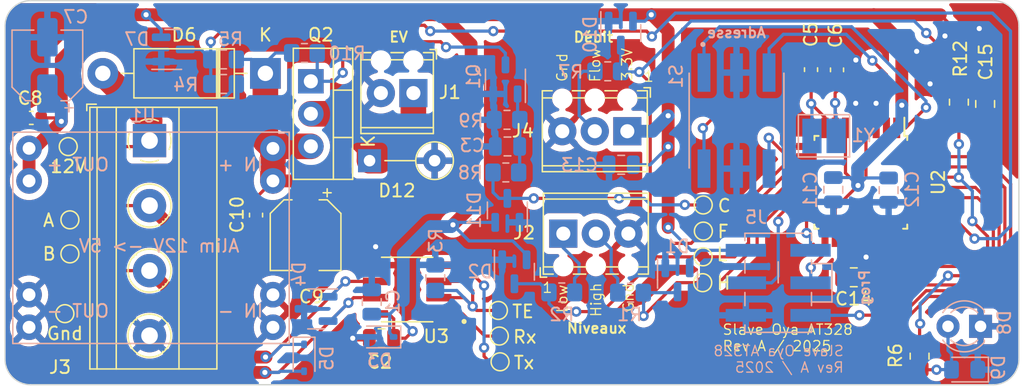
<source format=kicad_pcb>
(kicad_pcb (version 20221018) (generator pcbnew)
  (title_block (title "Esclave OYA AT328") (date "2025-03-02") (rev "A") (company "BPC") (comment 1 "Technologie avec AT328 / Petite carte") (comment 2 "Monitoring de tension d'alimentation") (comment 3 "1 sortie 12V/5A - 2 entrées TOR (niveaux) - 1 débimètre - 1 LED - RS485"))
  (layers (0 "F.Cu" signal) (31 "B.Cu" signal) (34 "B.Paste" user) (35 "F.Paste" user) (36 "B.SilkS" user "B.Silkscreen") (37 "F.SilkS" user "F.Silkscreen") (38 "B.Mask" user) (39 "F.Mask" user) (44 "Edge.Cuts" user))
  (net 0 "")
  (net 1 "GND")
  (net 2 "LVL_HIGH")
  (net 3 "LVL_LOW")
  (net 4 "BUS_A")
  (net 5 "BUS_B")
  (net 6 "POWER_12V")
  (net 7 "Net-(D6-A)")
  (net 8 "POW_MES")
  (net 9 "Net-(D8-A)")
  (net 10 "FLOW")
  (net 11 "Net-(J2-Pin_1)")
  (net 12 "Net-(J2-Pin_2)")
  (net 13 "Net-(J4-Pin_2)")
  (net 14 "RX")
  (net 15 "TX_EN")
  (net 16 "LED")
  (net 17 "A1")
  (net 18 "A2")
  (net 19 "A3")
  (net 20 "A4")
  (net 21 "TX")
  (net 22 "Net-(U2-XTAL2{slash}PB7)")
  (net 23 "Net-(Q1-B)")
  (net 24 "CMD_EV1")
  (net 25 "Net-(D12-K)")
  (net 26 "Net-(Q1-C)")
  (net 27 "Net-(U2-XTAL1{slash}PB6)")
  (net 28 "Net-(U2-AREF)")
  (net 34 "+5V")
  (net 35 "RESET")
  (net 36 "MISO")
  (net 37 "SCK")
  (net 38 "MOSI")
  (footprint "TestPoint:TestPoint_Pad_D1.0mm" (layer "F.Cu") (at 167.92 106.81)
    (fp_text reference "TP2" hide)
    (fp_text value "L")
  )
  (footprint "Capacitor_SMD:C_0603_1608Metric" (layer "F.Cu") (at 133 103.55 -90)
    (fp_text reference "C10")
    (fp_text value "1nF")
  )
  (footprint "TerminalBlock_Phoenix:TerminalBlock_Phoenix_MPT-0,5-3-2.54_1x03_P2.54mm_Horizontal" (layer "F.Cu") (at 157 105)
    (fp_text reference "J2")
    (fp_text value "Niveaux")
  )
  (footprint "bpc:BPC_MAX485E_SOIC127P600X175-8N" (layer "F.Cu") (at 144.805 109.365 180)
    (fp_text reference "U3")
    (fp_text value "MAX485E")
  )
  (footprint "Capacitor_SMD:C_0805_2012Metric" (layer "F.Cu") (at 142.8 113.17)
    (fp_text reference "C2")
    (fp_text value "100nF")
  )
  (footprint "TestPoint:TestPoint_Pad_D1.0mm" (layer "F.Cu") (at 152 113)
    (fp_text reference "TP3" hide)
    (fp_text value "Rx")
  )
  (footprint "Capacitor_SMD:CP_Elec_5x5.9" (layer "F.Cu") (at 136.87 105.12 -90)
    (fp_text reference "C9")
    (fp_text value "10µF")
  )
  (footprint "TerminalBlock_Phoenix:TerminalBlock_Phoenix_MPT-0,5-3-2.54_1x03_P2.54mm_Horizontal" (layer "F.Cu") (at 162 97 180)
    (fp_text reference "J4")
    (fp_text value "Débit")
  )
  (footprint "Package_TO_SOT_THT:TO-220-3_Vertical" (layer "F.Cu") (at 137.28 93.1 -90)
    (fp_text reference "Q2")
    (fp_text value "P03P4L-04")
  )
  (footprint "Package_QFP:TQFP-32_7x7mm_P0.8mm" (layer "F.Cu") (at 180.24 100.99 -90)
    (fp_text reference "U2")
    (fp_text value "ATmega328P-A")
  )
  (footprint "Capacitor_SMD:C_0603_1608Metric" (layer "F.Cu") (at 178.38 92.205 -90)
    (fp_text reference "C6")
    (fp_text value "10pF")
  )
  (footprint "Diode_THT:D_DO-15_P12.70mm_Horizontal" (layer "F.Cu") (at 133.73 92.48 180)
    (fp_text reference "D6")
    (fp_text value "SR560")
  )
  (footprint "TestPoint:TestPoint_Pad_D1.0mm" (layer "F.Cu") (at 118.07 111.25)
    (fp_text reference "TP9" hide)
    (fp_text value "Gnd")
  )
  (footprint "Capacitor_SMD:C_0805_2012Metric" (layer "F.Cu") (at 189.95 94.87 90)
    (fp_text reference "C15")
    (fp_text value "100nF")
  )
  (footprint "TestPoint:TestPoint_Pad_D1.0mm" (layer "F.Cu") (at 167.94 104.8)
    (fp_text reference "TP10" hide)
    (fp_text value "F")
  )
  (footprint "TestPoint:TestPoint_Pad_D1.0mm" (layer "F.Cu") (at 151.93 111)
    (fp_text reference "TP5" hide)
    (fp_text value "TE")
  )
  (footprint "TerminalBlock_Phoenix:TerminalBlock_Phoenix_MPT-0,5-2-2.54_1x02_P2.54mm_Horizontal" (layer "F.Cu") (at 145.29 94.02 180)
    (fp_text reference "J1")
    (fp_text value "EV1")
  )
  (footprint "Resistor_SMD:R_0805_2012Metric_Pad1.20x1.40mm_HandSolder" (layer "F.Cu") (at 187.9 94.73 90)
    (fp_text reference "R12")
    (fp_text value "100")
  )
  (footprint "Resistor_SMD:R_0805_2012Metric_Pad1.20x1.40mm_HandSolder" (layer "F.Cu") (at 184.83 114.57 -90)
    (fp_text reference "R6")
    (fp_text value "220")
  )
  (footprint "TerminalBlock_Phoenix:TerminalBlock_Phoenix_MKDS-1,5-4-5.08_1x04_P5.08mm_Horizontal" (layer "F.Cu") (at 124.68 97.73 -90)
    (fp_text reference "J3")
    (fp_text value "POWER")
  )
  (footprint "Capacitor_SMD:C_0603_1608Metric" (layer "F.Cu") (at 115.445 95.96 180)
    (fp_text reference "C8")
    (fp_text value "1nF")
  )
  (footprint "TestPoint:TestPoint_Pad_D1.0mm" (layer "F.Cu") (at 118.46 106.58)
    (fp_text reference "TP6" hide)
    (fp_text value "B")
  )
  (footprint "TestPoint:TestPoint_Pad_D1.0mm" (layer "F.Cu") (at 118.33 98.2)
    (fp_text reference "TP8" hide)
    (fp_text value "12V")
  )
  (footprint "TestPoint:TestPoint_Pad_D1.0mm" (layer "F.Cu") (at 152.06 115.01)
    (fp_text reference "TP4" hide)
    (fp_text value "Tx")
  )
  (footprint "Capacitor_SMD:C_0805_2012Metric" (layer "F.Cu") (at 179.69 108.41 180)
    (fp_text reference "C14")
    (fp_text value "100nF")
  )
  (footprint "Capacitor_SMD:C_0603_1608Metric" (layer "F.Cu") (at 176.35 92.19 90)
    (fp_text reference "C5")
    (fp_text value "10pF")
  )
  (footprint "TestPoint:TestPoint_Pad_D1.0mm" (layer "F.Cu") (at 167.93 102.76)
    (fp_text reference "TP11" hide)
    (fp_text value "C")
  )
  (footprint "TestPoint:TestPoint_Pad_D1.0mm" (layer "F.Cu") (at 118.46 103.92)
    (fp_text reference "TP7" hide)
    (fp_text value "A")
  )
  (footprint "Diode_THT:D_A-405_P5.08mm_Vertical_KathodeUp" (layer "F.Cu") (at 141.865 99.3)
    (fp_text reference "D12")
    (fp_text value "1N4007G")
  )
  (footprint "TestPoint:TestPoint_Pad_D1.0mm" (layer "F.Cu") (at 167.89 108.83)
    (fp_text reference "TP1" hide)
    (fp_text value "H")
  )
  (footprint "bpc:BPC_SOT-23-3" (layer "B.Cu") (at 152.48 92.9525 90)
    (fp_text reference "Q1")
    (fp_text value "BPC_FMMT38C")
  )
  (footprint "Capacitor_SMD:CP_Elec_5x5.9" (layer "B.Cu") (at 116.7 91.86 90)
    (fp_text reference "C7")
    (fp_text value "10µF")
  )
  (footprint "Resistor_SMD:R_0805_2012Metric_Pad1.20x1.40mm_HandSolder" (layer "B.Cu") (at 130.46 91.39)
    (fp_text reference "R5")
    (fp_text value "100k")
  )
  (footprint "Capacitor_SMD:C_0805_2012Metric" (layer "B.Cu") (at 142.04 110.34 90)
    (fp_text reference "C1")
    (fp_text value "10µF")
  )
  (footprint "Package_TO_SOT_SMD:SOT-23" (layer "B.Cu") (at 153.18 107.9775 -90)
    (fp_text reference "D2")
    (fp_text value "BAV99")
  )
  (footprint "Resistor_SMD:R_0805_2012Metric_Pad1.20x1.40mm_HandSolder" (layer "B.Cu") (at 152.6 96.11 180)
    (fp_text reference "R9")
    (fp_text value "100k")
  )
  (footprint "Package_TO_SOT_SMD:SOT-23" (layer "B.Cu") (at 161.49 89.3375 -90)
    (fp_text reference "D10")
    (fp_text value "BAV99")
  )
  (footprint "Package_TO_SOT_SMD:SOT-23" (layer "B.Cu") (at 126.5325 90.61)
    (fp_text reference "D7")
    (fp_text value "BAV99")
  )
  (footprint "Package_TO_SOT_SMD:SOT-23" (layer "B.Cu") (at 152.63 103.1825 90)
    (fp_text reference "D11")
    (fp_text value "BAV99")
  )
  (footprint "Capacitor_SMD:C_0805_2012Metric" (layer "B.Cu") (at 182.41 101.6 -90)
    (fp_text reference "C12")
    (fp_text value "100nF")
  )
  (footprint "Resistor_SMD:R_0805_2012Metric_Pad1.20x1.40mm_HandSolder" (layer "B.Cu") (at 136.78 90.89)
    (fp_text reference "R10")
    (fp_text value "100k")
  )
  (footprint "Diode_SMD:D_SOD-323" (layer "B.Cu") (at 136.75 114.7 -90)
    (fp_text reference "D5")
    (fp_text value "SD12_SOD323" hide)
  )
  (footprint "Capacitor_SMD:C_0805_2012Metric" (layer "B.Cu") (at 161.52 99.62 180)
    (fp_text reference "C13")
    (fp_text value "100nF")
  )
  (footprint "Resistor_SMD:R_0805_2012Metric_Pad1.20x1.40mm_HandSolder" (layer "B.Cu") (at 156.88 109.59 180)
    (fp_text reference "R2")
    (fp_text value "100")
  )
  (footprint "LED_THT:LED_D3.0mm_FlatTop" (layer "B.Cu") (at 189.59 112.24 180)
    (fp_text reference "D8")
    (fp_text value "LED")
  )
  (footprint "Diode_SMD:D_SOD-323" (layer "B.Cu") (at 142.69 113.07 180)
    (fp_text reference "D3")
    (fp_text value "SD12_SOD323")
  )
  (footprint "bpc:BPC_RDS-16S-74385-SMT" (layer "B.Cu") (at 170.53 96.17 -90)
    (fp_text reference "S1")
    (fp_text value "RDS-16S-74385-SMT" hide)
  )
  (footprint "Resistor_SMD:R_0805_2012Metric_Pad1.20x1.40mm_HandSolder" (layer "B.Cu") (at 147 108.44 90)
    (fp_text reference "R3")
    (fp_text value "100k")
  )
  (footprint "LED_SMD:LED_0805_2012Metric_Pad1.15x1.40mm_HandSolder" (layer "B.Cu") (at 188.3475 115.62 180)
    (fp_text reference "D9")
    (fp_text value "LED")
  )
  (footprint "Package_TO_SOT_SMD:SOT-23" (layer "B.Cu") (at 165.92 108.6075 -90)
    (fp_text reference "D1")
    (fp_text value "BAV99")
  )
  (footprint "Package_TO_SOT_SMD:SOT-23" (layer "B.Cu") (at 137.6875 110.88 180)
    (fp_text reference "D4")
    (fp_text value "SM712_SOT23")
  )
  (footprint "Capacitor_SMD:C_0805_2012Metric" (layer "B.Cu") (at 152.64 98.19 180)
    (fp_text reference "C3")
    (fp_text value "100nF")
  )
  (footprint "Resistor_SMD:R_0805_2012Metric_Pad1.20x1.40mm_HandSolder" (layer "B.Cu") (at 162.25 109.61)
    (fp_text reference "R1")
    (fp_text value "100")
  )
  (footprint "Resistor_SMD:R_0805_2012Metric_Pad1.20x1.40mm_HandSolder" (layer "B.Cu") (at 152.51 100.22)
    (fp_text reference "R8")
    (fp_text value "220")
  )
  (footprint "bpc:BPC_Alim5V" (layer "B.Cu") (at 134.32 98.34 180)
    (fp_text reference "U1")
    (fp_text value "BPC_Alim5V" hide)
  )
  (footprint "bpc:BPC_ISCP_CMS" (layer "B.Cu") (at 173.785 108.84 180)
    (fp_text reference "J5")
    (fp_text value "ISCP")
  )
  (footprint "bpc:BPC_Quartz_8MHz" (layer "B.Cu") (at 177.36 97.36)
    (fp_text reference "Y1")
    (fp_text value "8MHz")
  )
  (footprint "Resistor_SMD:R_0805_2012Metric_Pad1.20x1.40mm_HandSolder" (layer "B.Cu") (at 130.46 93.31 180)
    (fp_text reference "R4")
    (fp_text value "40k")
  )
  (footprint "Capacitor_SMD:C_0805_2012Metric" (layer "B.Cu") (at 178.09 101.57 -90)
    (fp_text reference "C11")
    (fp_text value "1nF")
  )
  (footprint "Resistor_SMD:R_0805_2012Metric_Pad1.20x1.40mm_HandSolder" (layer "B.Cu") (at 160.47 92.32)
    (fp_text reference "R7")
    (fp_text value "100")
  )
  (gr_line locked (start 192.585786 114.8) (end 192.585786 88.8) (stroke (width 0.1)) (layer "Edge.Cuts"))
  (gr_arc locked (start 192.585786 114.8) (mid 192 116.214214) (end 190.585786 116.8) (stroke (width 0.1)) (layer "Edge.Cuts"))
  (gr_arc locked (start 115.39 116.8) (mid 113.975786 116.214214) (end 113.39 114.8) (stroke (width 0.1)) (layer "Edge.Cuts"))
  (gr_arc locked (start 113.39 88.8) (mid 113.975786 87.385786) (end 115.39 86.8) (stroke (width 0.1)) (layer "Edge.Cuts"))
  (gr_line locked (start 190.585786 86.8) (end 115.39 86.8) (stroke (width 0.1)) (layer "Edge.Cuts"))
  (gr_line locked (start 115.39 116.8) (end 190.585786 116.8) (stroke (width 0.1)) (layer "Edge.Cuts"))
  (gr_line locked (start 113.39 88.8) (end 113.39 114.8) (stroke (width 0.1)) (layer "Edge.Cuts"))
  (gr_arc locked (start 190.585786 86.8) (mid 192 87.385786) (end 192.585786 88.8) (stroke (width 0.1)) (layer "Edge.Cuts"))
  (gr_text "Slave Oya AT328\nRev A / 2025" (at 178.97 115.92) (layer "B.SilkS") (effects (font (size 0.8 0.8) (thickness 0.1)) (justify left bottom mirror)))
  (gr_text "Prog" (at 181 107.74 90) (layer "B.SilkS") (effects (font (size 0.8 0.8) (thickness 0.16) bold) (justify left bottom mirror)))
  (gr_text "Adresse" (at 172.91 89.77) (layer "B.SilkS") (effects (font (size 0.8 0.8) (thickness 0.16) bold) (justify left bottom mirror)))
  (gr_text "Gnd" (at 162.56 111.19 90) (layer "F.SilkS") (effects (font (size 0.8 0.8) (thickness 0.1)) (justify left bottom)))
  (gr_text "1" (at 163.23 93.2) (layer "F.SilkS") (effects (font (size 0.8 0.8) (thickness 0.1)) (justify left bottom)))
  (gr_text "Low" (at 157.39 111.26 90) (layer "F.SilkS") (effects (font (size 0.8 0.8) (thickness 0.1)) (justify left bottom)))
  (gr_text "Flow" (at 159.95 93.24 90) (layer "F.SilkS") (effects (font (size 0.8 0.8) (thickness 0.1)) (justify left bottom)))
  (gr_text "1" (at 155.31 109.69) (layer "F.SilkS") (effects (font (size 0.8 0.8) (thickness 0.1)) (justify left bottom)))
  (gr_text "EV" (at 143.33 90.11) (layer "F.SilkS") (effects (font (size 0.8 0.8) (thickness 0.16) bold) (justify left bottom)))
  (gr_text "Slave Oya AT328\nRev A / 2025" (at 169.38 114.25) (layer "F.SilkS") (effects (font (size 0.8 0.8) (thickness 0.1)) (justify left bottom)))
  (gr_text "Gnd" (at 157.38 93.21 90) (layer "F.SilkS") (effects (font (size 0.8 0.8) (thickness 0.1)) (justify left bottom)))
  (gr_text "Débit" (at 157.72 90.12) (layer "F.SilkS") (effects (font (size 0.8 0.8) (thickness 0.16) bold) (justify left bottom)))
  (gr_text "High" (at 160.03 111.57 90) (layer "F.SilkS") (effects (font (size 0.8 0.8) (thickness 0.1)) (justify left bottom)))
  (gr_text "3.3V" (at 162.45 93.16 90) (layer "F.SilkS") (effects (font (size 0.8 0.8) (thickness 0.1)) (justify left bottom)))
  (gr_text "Niveaux" (at 157.19 112.85) (layer "F.SilkS") (effects (font (size 0.8 0.8) (thickness 0.16) bold) (justify left bottom)))
  (segment (start 178.38 91.43) (end 179.84 91.43) (width 0.25) (layer "F.Cu") (net 1))
  (segment (start 180.64 108.41) (end 180.64 106.84) (width 0.25) (layer "F.Cu") (net 1))
  (segment (start 180.64 105.24) (end 180.64 106.82) (width 0.25) (layer "F.Cu") (net 1))
  (segment (start 178.365 91.415) (end 178.38 91.43) (width 0.25) (layer "F.Cu") (net 1))
  (segment (start 181.44 94.83) (end 181.43 94.82) (width 0.25) (layer "F.Cu") (net 1))
  (segment (start 179.84 91.43) (end 179.85 91.44) (width 0.25) (layer "F.Cu") (net 1))
  (segment (start 142.33 107.46) (end 142.33 106.03) (width 0.25) (layer "F.Cu") (net 1))
  (segment (start 142.33 106.03) (end 142.34 106.02) (width 0.25) (layer "F.Cu") (net 1))
  (segment (start 176.35 91.415) (end 178.365 91.415) (width 0.25) (layer "F.Cu") (net 1))
  (segment (start 180.64 106.82) (end 180.65 106.83) (width 0.25) (layer "F.Cu") (net 1))
  (segment (start 181.44 96.74) (end 181.44 94.83) (width 0.25) (layer "F.Cu") (net 1))
  (segment (start 180.64 106.84) (end 180.65 106.83) (width 0.25) (layer "F.Cu") (net 1))
  (segment (start 141.85 113.17) (end 140.55 113.17) (width 0.25) (layer "F.Cu") (net 1))
  (segment (start 179.84 96.74) (end 179.84 94.82) (width 0.25) (layer "F.Cu") (net 1))
  (via (at 179.84 94.82) (size 0.8) (drill 0.4) (layers "F.Cu" "B.Cu") (net 1))
  (via (at 185.65 93.3) (size 0.8) (drill 0.4) (layers "F.Cu" "B.Cu") (net 1))
  (via (at 179.85 91.44) (size 0.8) (drill 0.4) (layers "F.Cu" "B.Cu") (net 1))
  (via (at 189.49 88.98) (size 0.8) (drill 0.4) (layers "F.Cu" "B.Cu") (net 1))
  (via (at 140.55 113.17) (size 0.8) (drill 0.4) (layers "F.Cu" "B.Cu") (net 1))
  (via (at 180.65 106.83) (size 0.8) (drill 0.4) (layers "F.Cu" "B.Cu") (net 1))
  (via (at 181.43 94.82) (size 0.8) (drill 0.4) (layers "F.Cu" "B.Cu") (net 1))
  (via (at 186.81 89.56) (size 0.8) (drill 0.4) (layers "F.Cu" "B.Cu") (net 1))
  (via (at 142.34 106.02) (size 0.8) (drill 0.4) (layers "F.Cu" "B.Cu") (net 1))
  (via (at 184.6 90.76) (size 0.8) (drill 0.4) (layers "F.Cu" "B.Cu") (net 1))
  (segment (start 131.46 93.31) (end 131.46 93.46) (width 0.25) (layer "B.Cu") (net 1))
  (segment (start 131.46 93.46) (end 130.52 94.4) (width 0.25) (layer "B.Cu") (net 1))
  (segment (start 165.87 108.83) (end 163.27 111.43) (width 0.25) (layer "F.Cu") (net 2))
  (segment (start 167.89 108.83) (end 165.87 108.83) (width 0.25) (layer "F.Cu") (net 2))
  (segment (start 174.634695 102.19) (end 172.14 104.684695) (width 0.25) (layer "F.Cu") (net 2))
  (segment (start 175.99 102.19) (end 174.634695 102.19) (width 0.25) (layer "F.Cu") (net 2))
  (segment (start 172.14 104.684695) (end 172.14 105.85) (width 0.25) (layer "F.Cu") (net 2))
  (segment (start 172.14 105.85) (end 169.16 108.83) (width 0.25) (layer "F.Cu") (net 2))
  (segment (start 169.16 108.83) (end 167.89 108.83) (width 0.25) (layer "F.Cu") (net 2))
  (via (at 163.27 111.43) (size 0.8) (drill 0.4) (layers "F.Cu" "B.Cu") (net 2))
  (segment (start 163.25 109.61) (end 165.855 109.61) (width 0.25) (layer "B.Cu") (net 2))
  (segment (start 163.27 109.63) (end 163.25 109.61) (width 0.25) (layer "B.Cu") (net 2))
  (segment (start 163.27 111.43) (end 163.27 109.63) (width 0.25) (layer "B.Cu") (net 2))
  (segment (start 165.855 109.61) (end 165.92 109.545) (width 0.25) (layer "B.Cu") (net 2))
  (segment (start 171.39 105.8) (end 170.38 106.81) (width 0.25) (layer "F.Cu") (net 3))
  (segment (start 174.22 101.39) (end 171.47 104.14) (width 0.25) (layer "F.Cu") (net 3))
  (segment (start 160.05 111.09) (end 164.33 106.81) (width 0.25) (layer "F.Cu") (net 3))
  (segment (start 158.01 111.09) (end 160.05 111.09) (width 0.25) (layer "F.Cu") (net 3))
  (segment (start 175.99 101.39) (end 174.22 101.39) (width 0.25) (layer "F.Cu") (net 3))
  (segment (start 171.47 104.14) (end 171.47 105.8) (width 0.25) (layer "F.Cu") (net 3))
  (segment (start 164.33 106.81) (end 167.92 106.81) (width 0.25) (layer "F.Cu") (net 3))
  (segment (start 170.38 106.81) (end 167.92 106.81) (width 0.25) (layer "F.Cu") (net 3))
  (segment (start 171.47 105.8) (end 171.39 105.8) (width 0.25) (layer "F.Cu") (net 3))
  (via (at 158.01 111.09) (size 0.8) (drill 0.4) (layers "F.Cu" "B.Cu") (net 3))
  (segment (start 155.88 109.59) (end 155.88 110.46) (width 0.25) (layer "B.Cu") (net 3))
  (segment (start 156.51 111.09) (end 158.01 111.09) (width 0.25) (layer "B.Cu") (net 3))
  (segment (start 153.18 108.915) (end 155.205 108.915) (width 0.25) (layer "B.Cu") (net 3))
  (segment (start 155.205 108.915) (end 155.88 109.59) (width 0.25) (layer "B.Cu") (net 3))
  (segment (start 155.88 110.46) (end 156.51 111.09) (width 0.25) (layer "B.Cu") (net 3))
  (segment (start 124.68 102.81) (end 129.42 107.55) (width 1) (layer "F.Cu") (net 4))
  (segment (start 129.42 107.55) (end 129.42 113.93) (width 1) (layer "F.Cu") (net 4))
  (segment (start 133.74 114.64) (end 133.78 114.64) (width 1) (layer "F.Cu") (net 4))
  (segment (start 129.42 113.93) (end 130.13 114.64) (width 1) (layer "F.Cu") (net 4))
  (segment (start 142.33 108.73) (end 139.98 108.73) (width 0.25) (layer "F.Cu") (net 4))
  (segment (start 139.98 108.73) (end 134.07 114.64) (width 0.25) (layer "F.Cu") (net 4))
  (segment (start 124.68 102.81) (end 119.57 102.81) (width 0.25) (layer "F.Cu") (net 4))
  (segment (start 134.07 114.64) (end 133.78 114.64) (width 0.25) (layer "F.Cu") (net 4))
  (segment (start 119.57 102.81) (end 118.46 103.92) (width 0.25) (layer "F.Cu") (net 4))
  (segment (start 130.13 114.64) (end 133.74 114.64) (width 1) (layer "F.Cu") (net 4))
  (via (at 139.98 108.73) (size 0.8) (drill 0.4) (layers "F.Cu" "B.Cu") (net 4))
  (via (at 133.74 114.64) (size 0.8) (drill 0.4) (layers "F.Cu" "B.Cu") (net 4))
  (segment (start 135.07 113.65) (end 136.75 113.65) (width 0.25) (layer "B.Cu") (net 4))
  (segment (start 134.08 114.64) (end 135.07 113.65) (width 0.25) (layer "B.Cu") (net 4))
  (segment (start 138.78 109.93) (end 139.98 108.73) (width 0.25) (layer "B.Cu") (net 4))
  (segment (start 138.625 109.93) (end 138.78 109.93) (width 0.25) (layer "B.Cu") (net 4))
  (segment (start 133.74 114.64) (end 134.08 114.64) (width 0.25) (layer "B.Cu") (net 4))
  (segment (start 124.68 107.89) (end 119.77 107.89) (width 0.25) (layer "F.Cu") (net 5))
  (segment (start 119.77 107.89) (end 118.46 106.58) (width 0.25) (layer "F.Cu") (net 5))
  (segment (start 134.78 115.84) (end 133.73 115.84) (width 0.25) (layer "F.Cu") (net 5))
  (segment (start 129.12 115.84) (end 133.69 115.84) (width 1) (layer "F.Cu") (net 5))
  (segment (start 133.69 115.84) (end 133.73 115.84) (width 1) (layer "F.Cu") (net 5))
  (segment (start 124.68 107.89) (end 127.71 110.92) (width 1) (layer "F.Cu") (net 5))
  (segment (start 140.215 110.405) (end 134.78 115.84) (width 0.25) (layer "F.Cu") (net 5))
  (segment (start 142.33 110) (end 140.62 110) (width 0.25) (layer "F.Cu") (net 5))
  (segment (start 127.71 110.92) (end 127.71 114.43) (width 1) (layer "F.Cu") (net 5))
  (segment (start 127.71 114.43) (end 129.12 115.84) (width 1) (layer "F.Cu") (net 5))
  (segment (start 140.62 110) (end 140.215 110.405) (width 0.25) (layer "F.Cu") (net 5))
  (via (at 133.69 115.84) (size 0.8) (drill 0.4) (layers "F.Cu" "B.Cu") (net 5))
  (via (at 140.215 110.405) (size 0.8) (drill 0.4) (layers "F.Cu" "B.Cu") (net 5))
  (segment (start 134.86 115.75) (end 136.75 115.75) (width 0.25) (layer "B.Cu") (net 5))
  (segment (start 133.69 115.84) (end 134.77 115.84) (width 0.25) (layer "B.Cu") (net 5))
  (segment (start 138.625 111.83) (end 138.79 111.83) (width 0.25) (layer "B.Cu") (net 5))
  (segment (start 134.77 115.84) (end 134.86 115.75) (width 0.25) (layer "B.Cu") (net 5))
  (segment (start 138.79 111.83) (end 140.215 110.405) (width 0.25) (layer "B.Cu") (net 5))
  (segment (start 133.73 92.48) (end 133.73 97.75) (width 2) (layer "F.Cu") (net 6))
  (segment (start 133 102.2) (end 134.32 100.88) (width 0.25) (layer "F.Cu") (net 6))
  (segment (start 133.73 97.75) (end 134.32 98.34) (width 2) (layer "F.Cu") (net 6))
  (segment (start 134.32 98.34) (end 134.32 100.88) (width 2) (layer "F.Cu") (net 6))
  (segment (start 134.48 98.18) (end 134.32 98.34) (width 2) (layer "F.Cu") (net 6))
  (segment (start 135.89 100.87) (end 135.88 100.88) (width 1) (layer "F.Cu") (net 6))
  (segment (start 133 102.775) (end 133 102.2) (width 0.25) (layer "F.Cu") (net 6))
  (segment (start 136.87 101.85) (end 135.89 100.87) (width 1) (layer "F.Cu") (net 6))
  (segment (start 136.87 102.92) (end 136.87 101.85) (width 1) (layer "F.Cu") (net 6))
  (segment (start 135.88 100.88) (end 134.32 100.88) (width 1) (layer "F.Cu") (net 6))
  (segment (start 137.28 98.18) (end 134.48 98.18) (width 2) (layer "F.Cu") (net 6))
  (segment (start 132.64 91.39) (end 133.73 92.48) (width 0.25) (layer "B.Cu") (net 6))
  (segment (start 133.73 91.67) (end 133.73 92.48) (width 0.25) (layer "B.Cu") (net 6))
  (segment (start 135.78 90.89) (end 134.51 90.89) (width 0.25) (layer "B.Cu") (net 6))
  (segment (start 131.46 91.39) (end 132.64 91.39) (width 0.25) (layer "B.Cu") (net 6))
  (segment (start 134.51 90.89) (end 133.73 91.67) (width 0.25) (layer "B.Cu") (net 6))
  (segment (start 118.33 98.2) (end 124.21 98.2) (width 0.25) (layer "F.Cu") (net 7))
  (segment (start 124.68 96.13) (end 121.03 92.48) (width 2) (layer "F.Cu") (net 7))
  (segment (start 124.68 97.73) (end 124.68 96.13) (width 2) (layer "F.Cu") (net 7))
  (segment (start 124.21 98.2) (end 124.68 97.73) (width 0.25) (layer "F.Cu") (net 7))
  (segment (start 163.5 89.18) (end 163.92 89.6) (width 0.25) (layer "F.Cu") (net 8))
  (segment (start 130.745 88.725) (end 144.39 88.725) (width 0.25) (layer "F.Cu") (net 8))
  (segment (start 187.52 103.79) (end 189.12 105.39) (width 0.25) (layer "F.Cu") (net 8))
  (segment (start 151.53 89.18) (end 162.99 89.18) (width 0.25) (layer "F.Cu") (net 8))
  (segment (start 187.37 103.79) (end 187.52 103.79) (width 0.25) (layer "F.Cu") (net 8))
  (segment (start 162.99 89.18) (end 163.5 89.18) (width 0.25) (layer "F.Cu") (net 8))
  (segment (start 129.46 90.01) (end 130.745 88.725) (width 0.25) (layer "F.Cu") (net 8))
  (segment (start 184.49 103.79) (end 187.37 103.79) (width 0.25) (layer "F.Cu") (net 8))
  (segment (start 146.155 88.725) (end 146.61 89.18) (width 0.25) (layer "F.Cu") (net 8))
  (segment (start 144.39 88.725) (end 146.155 88.725) (width 0.25) (layer "F.Cu") (net 8))
  (via (at 151.53 89.18) (size 0.8) (drill 0.4) (layers "F.Cu" "B.Cu") (net 8))
  (via (at 163.92 89.6) (size 0.8) (drill 0.4) (layers "F.Cu" "B.Cu") (net 8))
  (via (at 129.46 90.01) (size 0.8) (drill 0.4) (layers "F.Cu" "B.Cu") (net 8))
  (via (at 189.12 105.39) (size 0.8) (drill 0.4) (layers "F.Cu" "B.Cu") (net 8))
  (via (at 146.61 89.18) (size 0.8) (drill 0.4) (layers "F.Cu" "B.Cu") (net 8))
  (segment (start 190.95 105.39) (end 189.12 105.39) (width 0.25) (layer "B.Cu") (net 8))
  (segment (start 190.52 87.77) (end 191.93 89.18) (width 0.25) (layer "B.Cu") (net 8))
  (segment (start 191.93 104.41) (end 190.95 105.39) (width 0.25) (layer "B.Cu") (net 8))
  (segment (start 165.75 87.77) (end 190.52 87.77) (width 0.25) (layer "B.Cu") (net 8))
  (segment (start 191.93 89.18) (end 191.93 104.41) (width 0.25) (layer "B.Cu") (net 8))
  (segment (start 129.46 91.39) (end 129.46 90.01) (width 0.25) (layer "B.Cu") (net 8))
  (segment (start 146.61 89.18) (end 151.53 89.18) (width 0.25) (layer "B.Cu") (net 8))
  (segment (start 127.47 90.61) (end 128.68 90.61) (width 0.25) (layer "B.Cu") (net 8))
  (segment (start 128.68 90.61) (end 129.46 91.39) (width 0.25) (layer "B.Cu") (net 8))
  (segment (start 163.92 89.6) (end 165.75 87.77) (width 0.25) (layer "B.Cu") (net 8))
  (segment (start 129.46 91.39) (end 129.46 93.31) (width 0.25) (layer "B.Cu") (net 8))
  (segment (start 186.15 115.63) (end 184.89 115.63) (width 0.25) (layer "F.Cu") (net 9))
  (segment (start 184.89 115.63) (end 184.83 115.57) (width 0.25) (layer "F.Cu") (net 9))
  (via (at 186.15 115.63) (size 0.8) (drill 0.4) (layers "F.Cu" "B.Cu") (net 9))
  (segment (start 187.05 114.12) (end 187.05 112.24) (width 0.25) (layer "B.Cu") (net 9))
  (segment (start 187.3225 115.62) (end 186.16 115.62) (width 0.25) (layer "B.Cu") (net 9))
  (segment (start 186.16 115.62) (end 186.15 115.63) (width 0.25) (layer "B.Cu") (net 9))
  (segment (start 187.3225 115.62) (end 187.3225 114.3925) (width 0.25) (layer "B.Cu") (net 9))
  (segment (start 187.3225 114.3925) (end 187.05 114.12) (width 0.25) (layer "B.Cu") (net 9))
  (segment (start 166.98 105.76) (end 167.94 104.8) (width 0.25) (layer "F.Cu") (net 10))
  (segment (start 186.49 90.47) (end 185.35 89.33) (width 0.25) (layer "F.Cu") (net 10))
  (segment (start 169.9 104.8) (end 167.94 104.8) (width 0.25) (layer "F.Cu") (net 10))
  (segment (start 186.1 98.19) (end 186.49 97.8) (width 0.25) (layer "F.Cu") (net 10))
  (segment (start 186.49 97.8) (end 186.49 90.47) (width 0.25) (layer "F.Cu") (net 10))
  (segment (start 164.61 105.76) (end 166.98 105.76) (width 0.25) (layer "F.Cu") (net 10))
  (segment (start 163.79 104.94) (end 164.61 105.76) (width 0.25) (layer "F.Cu") (net 10))
  (segment (start 162.93 92.37) (end 163.79 93.23) (width 0.25) (layer "F.Cu") (net 10))
  (segment (start 184.49 98.19) (end 186.1 98.19) (width 0.25) (layer "F.Cu") (net 10))
  (segment (start 175.99 100.59) (end 174.11 100.59) (width 0.25) (layer "F.Cu") (net 10))
  (segment (start 163.79 93.23) (end 163.79 104.94) (width 0.25) (layer "F.Cu") (net 10))
  (segment (start 174.11 100.59) (end 169.9 104.8) (width 0.25) (layer "F.Cu") (net 10))
  (via (at 162.93 92.37) (size 0.8) (drill 0.4) (layers "F.Cu" "B.Cu") (net 10))
  (via (at 185.35 89.33) (size 0.8) (drill 0.4) (layers "F.Cu" "B.Cu") (net 10))
  (segment (start 161.49 92.3) (end 161.47 92.32) (width 0.25) (layer "B.Cu") (net 10))
  (segment (start 161.49 90.275) (end 161.49 92.3) (width 0.25) (layer "B.Cu") (net 10))
  (segment (start 166.98 88.39) (end 184.41 88.39) (width 0.25) (layer "B.Cu") (net 10))
  (segment (start 162.93 92.37) (end 163 92.37) (width 0.25) (layer "B.Cu") (net 10))
  (segment (start 163 92.37) (end 166.98 88.39) (width 0.25) (layer "B.Cu") (net 10))
  (segment (start 184.41 88.39) (end 185.35 89.33) (width 0.25) (layer "B.Cu") (net 10))
  (segment (start 162.93 92.37) (end 161.52 92.37) (width 0.25) (layer "B.Cu") (net 10))
  (segment (start 161.52 92.37) (end 161.47 92.32) (width 0.25) (layer "B.Cu") (net 10))
  (segment (start 157.88 108.49) (end 158.23 108.14) (width 0.25) (layer "B.Cu") (net 11))
  (segment (start 157.88 109.59) (end 157.88 108.49) (width 0.25) (layer "B.Cu") (net 11))
  (segment (start 158.23 108.14) (end 158.23 107.34) (width 0.25) (layer "B.Cu") (net 11))
  (segment (start 157 106.11) (end 157 105) (width 0.25) (layer "B.Cu") (net 11))
  (segment (start 158.23 107.34) (end 157 106.11) (width 0.25) (layer "B.Cu") (net 11))
  (segment (start 161.25 109.61) (end 161.25 108.52) (width 0.25) (layer "B.Cu") (net 12))
  (segment (start 161.25 108.52) (end 160.74 108.01) (width 0.25) (layer "B.Cu") (net 12))
  (segment (start 160.74 106.2) (end 159.54 105) (width 0.25) (layer "B.Cu") (net 12))
  (segment (start 160.74 108.01) (end 160.74 106.2) (width 0.25) (layer "B.Cu") (net 12))
  (segment (start 158.24 95.78) (end 158.24 92.62) (width 0.25) (layer "B.Cu") (net 13))
  (segment (start 158.54 92.32) (end 158.24 92.62) (width 0.25) (layer "B.Cu") (net 13))
  (segment (start 159.47 92.32) (end 158.54 92.32) (width 0.25) (layer "B.Cu") (net 13))
  (segment (start 159.46 97) (end 158.24 95.78) (width 0.25) (layer "B.Cu") (net 13))
  (segment (start 155.47 115.71) (end 152.76 113) (width 0.25) (layer "F.Cu") (net 14))
  (segment (start 152.76 113) (end 152 113) (width 0.25) (layer "F.Cu") (net 14))
  (segment (start 150.87 113) (end 152 113) (width 0.25) (layer "F.Cu") (net 14))
  (segment (start 183.11 114.823604) (end 182.223604 115.71) (width 0.25) (layer "F.Cu") (net 14))
  (segment (start 184.49 99.79) (end 189.86 99.79) (width 0.25) (layer "F.Cu") (net 14))
  (segment (start 191.49 108.003604) (end 190.033604 109.46) (width 0.25) (layer "F.Cu") (net 14))
  (segment (start 149.14 111.27) (end 150.87 113) (width 0.25) (layer "F.Cu") (net 14))
  (segment (start 185.343604 109.46) (end 183.11 111.693604) (width 0.25) (layer "F.Cu") (net 14))
  (segment (start 182.223604 115.71) (end 155.47 115.71) (width 0.25) (layer "F.Cu") (net 14))
  (segment (start 191.49 101.42) (end 191.49 108.003604) (width 0.25) (layer "F.Cu") (net 14))
  (segment (start 183.11 111.693604) (end 183.11 114.823604) (width 0.25) (layer "F.Cu") (net 14))
  (segment (start 147.28 111.27) (end 149.14 111.27) (width 0.25) (layer "F.Cu") (net 14))
  (segment (start 190.033604 109.46) (end 185.343604 109.46) (width 0.25) (layer "F.Cu") (net 14))
  (segment (start 189.86 99.79) (end 191.49 101.42) (width 0.25) (layer "F.Cu") (net 14))
  (segment (start 191.04 103.24) (end 191.04 107.817208) (width 0.25) (layer "F.Cu") (net 15))
  (segment (start 189.847208 109.01) (end 185.157208 109.01) (width 0.25) (layer "F.Cu") (net 15))
  (segment (start 149.92 109.46) (end 149.92 110.68) (width 0.25) (layer "F.Cu") (net 15))
  (segment (start 149.24 110) (end 147.28 110) (width 0.25) (layer "F.Cu") (net 15))
  (segment (start 155.656396 115.26) (end 153.64 113.243604) (width 0.25) (layer "F.Cu") (net 15))
  (segment (start 151.93 111) (end 150.24 111) (width 0.25) (layer "F.Cu") (net 15))
  (segment (start 153.64 111.79) (end 152.85 111) (width 0.25) (layer "F.Cu") (net 15))
  (segment (start 150.24 111) (end 149.92 110.68) (width 0.25) (layer "F.Cu") (net 15))
  (segment (start 147.28 108.73) (end 149.19 108.73) (width 0.25) (layer "F.Cu") (net 15))
  (segment (start 182.037208 115.26) (end 155.656396 115.26) (width 0.25) (layer "F.Cu") (net 15))
  (segment (start 182.66 114.637208) (end 182.037208 115.26) (width 0.25) (layer "F.Cu") (net 15))
  (segment (start 182.66 111.507208) (end 182.66 114.637208) (width 0.25) (layer "F.Cu") (net 15))
  (segment (start 149.19 108.73) (end 149.92 109.46) (width 0.25) (layer "F.Cu") (net 15))
  (segment (start 149.92 110.68) (end 149.24 110) (width 0.25) (layer "F.Cu") (net 15))
  (segment (start 184.49 101.39) (end 189.19 101.39) (width 0.25) (layer "F.Cu") (net 15))
  (segment (start 153.64 113.243604) (end 153.64 111.79) (width 0.25) (layer "F.Cu") (net 15))
  (segment (start 191.04 107.817208) (end 189.847208 109.01) (width 0.25) (layer "F.Cu") (net 15))
  (segment (start 185.157208 109.01) (end 182.66 111.507208) (width 0.25) (layer "F.Cu") (net 15))
  (segment (start 152.85 111) (end 151.93 111) (width 0.25) (layer "F.Cu") (net 15))
  (segment (start 189.19 101.39) (end 191.04 103.24) (width 0.25) (layer "F.Cu") (net 15))
  (via (at 149.92 110.68) (size 0.8) (drill 0.4) (layers "F.Cu" "B.Cu") (net 15))
  (segment (start 147 109.44) (end 148.68 109.44) (width 0.25) (layer "B.Cu") (net 15))
  (segment (start 148.68 109.44) (end 149.92 110.68) (width 0.25) (layer "B.Cu") (net 15))
  (segment (start 184.83 112.07) (end 184.87 112.03) (width 0.25) (layer "F.Cu") (net 16))
  (segment (start 184.83 113.57) (end 184.83 112.07) (width 0.25) (layer "F.Cu") (net 16))
  (segment (start 190.59 103.426396) (end 189.353604 102.19) (width 0.25) (layer "F.Cu") (net 16))
  (segment (start 189.353604 102.19) (end 184.49 102.19) (width 0.25) (layer "F.Cu") (net 16))
  (segment (start 189.935312 108.2855) (end 190.59 107.630812) (width 0.25) (layer "F.Cu") (net 16))
  (segment (start 187.05 108.2855) (end 189.935312 108.2855) (width 0.25) (layer "F.Cu") (net 16))
  (segment (start 190.59 107.630812) (end 190.59 103.426396) (width 0.25) (layer "F.Cu") (net 16))
  (via (at 187.05 108.2855) (size 0.8) (drill 0.4) (layers "F.Cu" "B.Cu") (net 16))
  (via (at 184.87 112.03) (size 0.8) (drill 0.4) (layers "F.Cu" "B.Cu") (net 16))
  (segment (start 184.87 112.03) (end 184.87 110.47) (width 0.25) (layer "B.Cu") (net 16))
  (segment (start 186.02 109.32) (end 187.05 108.29) (width 0.25) (layer "B.Cu") (net 16))
  (segment (start 184.87 110.47) (end 186.02 109.32) (width 0.25) (layer "B.Cu") (net 16))
  (segment (start 187.05 108.29) (end 187.05 108.2855) (width 0.25) (layer "B.Cu") (net 16))
  (segment (start 183.04 96.74) (end 183.74 96.74) (width 0.25) (layer "F.Cu") (net 17))
  (segment (start 183.74 96.74) (end 185.33 95.15) (width 0.25) (layer "F.Cu") (net 17))
  (via (at 185.33 95.15) (size 0.8) (drill 0.4) (layers "F.Cu" "B.Cu") (net 17))
  (segment (start 169.21 88.84) (end 167.99 90.06) (width 0.25) (layer "B.Cu") (net 17))
  (segment (start 179.525305 88.84) (end 169.21 88.84) (width 0.25) (layer "B.Cu") (net 17))
  (segment (start 185.33 94.644695) (end 179.525305 88.84) (width 0.25) (layer "B.Cu") (net 17))
  (segment (start 167.99 90.06) (end 167.99 92.42) (width 0.25) (layer "B.Cu") (net 17))
  (segment (start 185.33 95.15) (end 185.33 94.644695) (width 0.25) (layer "B.Cu") (net 17))
  (segment (start 173.05 97.52) (end 174.52 98.99) (width 0.25) (layer "F.Cu") (net 18))
  (segment (start 174.52 98.99) (end 175.99 98.99) (width 0.25) (layer "F.Cu") (net 18))
  (via (at 173.05 97.52) (size 0.8) (drill 0.4) (layers "F.Cu" "B.Cu") (net 18))
  (segment (start 173.07 99.92) (end 173.07 97.54) (width 0.25) (layer "B.Cu") (net 18))
  (segment (start 173.07 97.54) (end 173.05 97.52) (width 0.25) (layer "B.Cu") (net 18))
  (segment (start 181.14 91.48) (end 182.24 92.58) (width 0.25) (layer "F.Cu") (net 19))
  (segment (start 182.24 92.58) (end 182.24 96.74) (width 0.25) (layer "F.Cu") (net 19))
  (via (at 181.14 91.48) (size 0.8) (drill 0.4) (layers "F.Cu" "B.Cu") (net 19))
  (segment (start 173.07 90.55) (end 174.19 89.43) (width 0.25) (layer "B.Cu") (net 19))
  (segment (start 173.07 92.42) (end 173.07 90.55) (width 0.25) (layer "B.Cu") (net 19))
  (segment (start 177.17 89.43) (end 179.09 89.43) (width 0.25) (layer "B.Cu") (net 19))
  (segment (start 174.19 89.43) (end 177.17 89.43) (width 0.25) (layer "B.Cu") (net 19))
  (segment (start 179.09 89.43) (end 181.14 91.48) (width 0.25) (layer "B.Cu") (net 19))
  (segment (start 172.62 95.56) (end 169.1 95.56) (width 0.25) (layer "F.Cu") (net 20))
  (segment (start 174.05 96.99) (end 172.62 95.56) (width 0.25) (layer "F.Cu") (net 20))
  (segment (start 174.05 97.64) (end 174.05 96.99) (width 0.25) (layer "F.Cu") (net 20))
  (segment (start 175.99 98.19) (end 174.6 98.19) (width 0.25) (layer "F.Cu") (net 20))
  (segment (start 169.1 95.56) (end 167.9 96.76) (width 0.25) (layer "F.Cu") (net 20))
  (segment (start 174.6 98.19) (end 174.05 97.64) (width 0.25) (layer "F.Cu") (net 20))
  (via (at 167.9 96.76) (size 0.8) (drill 0.4) (layers "F.Cu" "B.Cu") (net 20))
  (segment (start 167.99 96.85) (end 167.99 99.92) (width 0.25) (layer "B.Cu") (net 20))
  (segment (start 167.9 96.76) (end 167.99 96.85) (width 0.25) (layer "B.Cu") (net 20))
  (segment (start 153.54 115.01) (end 152.06 115.01) (width 0.25) (layer "F.Cu") (net 21))
  (segment (start 184.49 98.99) (end 189.81 98.99) (width 0.25) (layer "F.Cu") (net 21))
  (segment (start 154.69 116.16) (end 153.54 115.01) (width 0.25) (layer "F.Cu") (net 21))
  (segment (start 152.06 115.01) (end 151.24 115.01) (width 0.25) (layer "F.Cu") (net 21))
  (segment (start 147.28 107.46) (end 149.21 107.46) (width 0.25) (layer "F.Cu") (net 21))
  (segment (start 183.56 115.01) (end 182.41 116.16) (width 0.25) (layer "F.Cu") (net 21))
  (segment (start 189.81 98.99) (end 191.94 101.12) (width 0.25) (layer "F.Cu") (net 21))
  (segment (start 150.81 113.91) (end 150.81 114.58) (width 0.25) (layer "F.Cu") (net 21))
  (segment (start 182.41 116.16) (end 154.69 116.16) (width 0.25) (layer "F.Cu") (net 21))
  (segment (start 151.24 115.01) (end 150.81 114.58) (width 0.25) (layer "F.Cu") (net 21))
  (segment (start 185.53 109.91) (end 183.56 111.88) (width 0.25) (layer "F.Cu") (net 21))
  (segment (start 191.94 101.12) (end 191.94 108.19) (width 0.25) (layer "F.Cu") (net 21))
  (segment (start 183.56 111.88) (end 183.56 115.01) (width 0.25) (layer "F.Cu") (net 21))
  (segment (start 149.21 107.46) (end 150.81 109.06) (width 0.25) (layer "F.Cu") (net 21))
  (segment (start 191.94 108.19) (end 190.22 109.91) (width 0.25) (layer "F.Cu") (net 21))
  (segment (start 190.22 109.91) (end 185.53 109.91) (width 0.25) (layer "F.Cu") (net 21))
  (via (at 150.81 109.06) (size 0.8) (drill 0.4) (layers "F.Cu" "B.Cu") (net 21))
  (via (at 150.81 113.91) (size 0.8) (drill 0.4) (layers "F.Cu" "B.Cu") (net 21))
  (segment (start 150.81 109.06) (end 150.81 113.91) (width 0.25) (layer "B.Cu") (net 21))
  (segment (start 177.44 95.93) (end 176.36 94.85) (width 0.25) (layer "F.Cu") (net 22))
  (segment (start 177.44 96.74) (end 177.44 95.93) (width 0.25) (layer "F.Cu") (net 22))
  (segment (start 176.36 92.975) (end 176.35 92.965) (width 0.25) (layer "F.Cu") (net 22))
  (segment (start 176.36 94.85) (end 176.36 92.975) (width 0.25) (layer "F.Cu") (net 22))
  (via (at 176.36 94.85) (size 0.8) (drill 0.4) (layers "F.Cu" "B.Cu") (net 22))
  (segment (start 176.42 94.91) (end 176.42 97.37) (width 0.25) (layer "B.Cu") (net 22))
  (segment (start 153.43 95.94) (end 153.6 96.11) (width 0.25) (layer "B.Cu") (net 23))
  (segment (start 153.59 98.19) (end 153.59 100.14) (width 0.25) (layer "B.Cu") (net 23))
  (segment (start 153.59 100.14) (end 153.51 100.22) (width 0.25) (layer "B.Cu") (net 23))
  (segment (start 153.6 98.18) (end 153.59 98.19) (width 0.25) (layer "B.Cu") (net 23))
  (segment (start 153.6 96.11) (end 153.6 98.18) (width 0.25) (layer "B.Cu") (net 23))
  (segment (start 153.43 94.09) (end 153.43 95.94) (width 0.25) (layer "B.Cu") (net 23))
  (segment (start 167.18 102.76) (end 167.93 102.76) (width 0.25) (layer "F.Cu") (net 24))
  (segment (start 171.13 102.76) (end 174.1 99.79) (width 0.25) (layer "F.Cu") (net 24))
  (segment (start 154.69 102.245) (end 161.35 102.245) (width 0.25) (layer "F.Cu") (net 24))
  (segment (start 166.5 102.76) (end 166.49 102.75) (width 0.25) (layer "F.Cu") (net 24))
  (segment (start 167.18 102.76) (end 166.5 102.76) (width 0.25) (layer "F.Cu") (net 24))
  (segment (start 167.93 102.76) (end 171.13 102.76) (width 0.25) (layer "F.Cu") (net 24))
  (segment (start 175.99 99.79) (end 174.1 99.79) (width 0.25) (layer "F.Cu") (net 24))
  (via (at 161.35 102.245) (size 0.8) (drill 0.4) (layers "F.Cu" "B.Cu") (net 24))
  (via (at 166.49 102.75) (size 0.8) (drill 0.4) (layers "F.Cu" "B.Cu") (net 24))
  (via (at 154.69 102.245) (size 0.8) (drill 0.4) (layers "F.Cu" "B.Cu") (net 24))
  (segment (start 166.49 102.75) (end 163.83 102.75) (width 0.25) (layer "B.Cu") (net 24))
  (segment (start 151.985 102.245) (end 151.51 101.77) (width 0.25) (layer "B.Cu") (net 24))
  (segment (start 163.83 102.75) (end 163.325 102.245) (width 0.25) (layer "B.Cu") (net 24))
  (segment (start 163.325 102.245) (end 161.35 102.245) (width 0.25) (layer "B.Cu") (net 24))
  (segment (start 152.63 102.245) (end 151.985 102.245) (width 0.25) (layer "B.Cu") (net 24))
  (segment (start 151.51 101.77) (end 151.51 100.22) (width 0.25) (layer "B.Cu") (net 24))
  (segment (start 152.63 102.245) (end 154.69 102.245) (width 0.25) (layer "B.Cu") (net 24))
  (segment (start 137.28 95.64) (end 139.26 95.64) (width 2) (layer "F.Cu") (net 25))
  (segment (start 141.865 99.3) (end 142.67 99.3) (width 2) (layer "F.Cu") (net 25))
  (segment (start 142.67 99.3) (end 145.29 96.68) (width 2) (layer "F.Cu") (net 25))
  (segment (start 145.29 96.68) (end 145.29 94.02) (width 2) (layer "F.Cu") (net 25))
  (segment (start 141.865 98.245) (end 141.865 99.3) (width 2) (layer "F.Cu") (net 25))
  (segment (start 139.26 95.64) (end 141.865 98.245) (width 2) (layer "F.Cu") (net 25))
  (segment (start 147.42 90.01) (end 147.84 90.43) (width 0.25) (layer "F.Cu") (net 26))
  (segment (start 139.77 90.94) (end 140.7 90.01) (width 0.25) (layer "F.Cu") (net 26))
  (segment (start 139.77 92.43) (end 139.77 90.94) (width 0.25) (layer "F.Cu") (net 26))
  (segment (start 140.7 90.01) (end 147.42 90.01) (width 0.25) (layer "F.Cu") (net 26))
  (via (at 147.84 90.43) (size 0.8) (drill 0.4) (layers "F.Cu" "B.Cu") (net 26))
  (via (at 139.77 92.43) (size 0.8) (drill 0.4) (layers "F.Cu" "B.Cu") (net 26))
  (segment (start 137.78 92.6) (end 137.28 93.1) (width 0.25) (layer "B.Cu") (net 26))
  (segment (start 152 90.43) (end 152.47 90.9) (width 0.25) (layer "B.Cu") (net 26))
  (segment (start 137.78 90.89) (end 137.78 92.6) (width 0.25) (layer "B.Cu") (net 26))
  (segment (start 139.1 93.1) (end 139.77 92.43) (width 0.25) (layer "B.Cu") (net 26))
  (segment (start 152.47 90.9) (end 152.47 91.805) (width 0.25) (layer "B.Cu") (net 26))
  (segment (start 152.47 91.805) (end 152.48 91.815) (width 0.25) (layer "B.Cu") (net 26))
  (segment (start 147.84 90.43) (end 152 90.43) (width 0.25) (layer "B.Cu") (net 26))
  (segment (start 137.28 93.1) (end 139.1 93.1) (width 0.25) (layer "B.Cu") (net 26))
  (segment (start 178.23 94.02) (end 178.38 93.87) (width 0.25) (layer "F.Cu") (net 27))
  (segment (start 178.38 92.98) (end 178.38 93.87) (width 0.25) (layer "F.Cu") (net 27))
  (segment (start 178.23 94.79) (end 178.23 94.02) (width 0.25) (layer "F.Cu") (net 27))
  (segment (start 178.24 94.8) (end 178.23 94.79) (width 0.25) (layer "F.Cu") (net 27))
  (segment (start 178.24 96.74) (end 178.24 94.8) (width 0.25) (layer "F.Cu") (net 27))
  (via (at 178.23 94.79) (size 0.8) (drill 0.4) (layers "F.Cu" "B.Cu") (net 27))
  (segment (start 178.23 95.58) (end 178.31 95.66) (width 0.25) (layer "B.Cu") (net 27))
  (segment (start 178.31 97.36) (end 178.31 95.66) (width 0.25) (layer "B.Cu") (net 27))
  (segment (start 178.23 94.79) (end 178.23 95.58) (width 0.25) (layer "B.Cu") (net 27))
  (segment (start 178.74 107.22) (end 178.74 108.41) (width 0.25) (layer "F.Cu") (net 28))
  (segment (start 179.84 105.24) (end 179.84 106.48) (width 0.25) (layer "F.Cu") (net 28))
  (segment (start 179.84 106.48) (end 179.41 106.91) (width 0.25) (layer "F.Cu") (net 28))
  (segment (start 179.05 106.91) (end 178.74 107.22) (width 0.25) (layer "F.Cu") (net 28))
  (segment (start 179.41 106.91) (end 179.05 106.91) (width 0.25) (layer "F.Cu") (net 28))
  (segment (start 142.33 111.27) (end 143.37 111.27) (width 0.25) (layer "F.Cu") (net 34))
  (segment (start 180.02 101.24) (end 180.64 100.62) (width 0.25) (layer "F.Cu") (net 34))
  (segment (start 187.9 93.73) (end 187.9 89.35) (width 0.25) (layer "F.Cu") (net 34))
  (segment (start 115.27 100.88) (end 115.27 98.34) (width 1) (layer "F.Cu") (net 34))
  (segment (start 124.41 87.9) (end 146.94 87.9) (width 1) (layer "F.Cu") (net 34))
  (segment (start 183.44 94.97) (end 183.44 90.09) (width 1) (layer "F.Cu") (net 34))
  (segment (start 146.94 87.9) (end 147.49 87.9) (width 1) (layer "F.Cu") (net 34))
  (segment (start 143.75 111.65) (end 143.75 113.17) (width 0.25) (layer "F.Cu") (net 34))
  (segment (start 180.64 99.32) (end 180.64 96.74) (width 0.25) (layer "F.Cu") (net 34))
  (segment (start 143.37 111.27) (end 143.75 111.65) (width 0.25) (layer "F.Cu") (net 34))
  (segment (start 149.8 90.21) (end 149.8 102.89) (width 1) (layer "F.Cu") (net 34))
  (segment (start 163.87 87.9) (end 163.92 87.9) (width 1) (layer "F.Cu") (net 34))
  (segment (start 178.24 103.02) (end 180.02 101.24) (width 0.25) (layer "F.Cu") (net 34))
  (segment (start 117.79 96.23) (end 117.79 91.41) (width 1) (layer "F.Cu") (net 34))
  (segment (start 163.87 87.9) (end 181.25 87.9) (width 1) (layer "F.Cu") (net 34))
  (segment (start 178.24 105.24) (end 178.24 103.02) (width 0.25) (layer "F.Cu") (net 34))
  (segment (start 180.64 100.62) (end 180.64 99.32) (width 0.25) (layer "F.Cu") (net 34))
  (segment (start 181.25 87.9) (end 186.45 87.9) (width 1) (layer "F.Cu") (net 34))
  (segment (start 163.92 87.9) (end 165.19 89.17) (width 1) (layer "F.Cu") (net 34))
  (segment (start 183.44 90.09) (end 181.25 87.9) (width 1) (layer "F.Cu") (net 34))
  (segment (start 165.19 89.17) (end 165.19 95.79) (width 1) (layer "F.Cu") (net 34))
  (segment (start 179.04 100.26) (end 180.02 101.24) (width 0.25) (layer "F.Cu") (net 34))
  (segment (start 144.68 113.17) (end 145.23 112.62) (width 0.25) (layer "F.Cu") (net 34))
  (segment (start 117.52 95.96) (end 117.79 96.23) (width 0.25) (layer "F.Cu") (net 34))
  (segment (start 121.3 87.9) (end 124.41 87.9) (width 1) (layer "F.Cu") (net 34))
  (segment (start 179.04 96.74) (end 179.04 100.26) (width 0.25) (layer "F.Cu") (net 34))
  (segment (start 146.94 87.9) (end 163.87 87.9) (width 1) (layer "F.Cu") (net 34))
  (segment (start 147.49 87.9) (end 149.8 90.21) (width 1) (layer "F.Cu") (net 34))
  (segment (start 115.27 98.34) (end 115.68 98.34) (width 1) (layer "F.Cu") (net 34))
  (segment (start 117.79 91.41) (end 121.3 87.9) (width 1) (layer "F.Cu") (net 34))
  (segment (start 165.19 98.21) (end 165.19 104.51) (width 1) (layer "F.Cu") (net 34))
  (segment (start 187.9 89.35) (end 186.45 87.9) (width 0.25) (layer "F.Cu") (net 34))
  (segment (start 143.75 113.17) (end 144.68 113.17) (width 0.25) (layer "F.Cu") (net 34))
  (segment (start 116.22 95.96) (end 117.52 95.96) (width 0.25) (layer "F.Cu") (net 34))
  (segment (start 115.68 98.34) (end 117.79 96.23) (width 1) (layer "F.Cu") (net 34))
  (segment (start 165.19 95.79) (end 165.19 98.21) (width 1) (layer "F.Cu") (net 34))
  (segment (start 149.8 102.89) (end 148.38 104.31) (width 1) (layer "F.Cu") (net 34))
  (via (at 124.41 87.9) (size 0.8) (drill 0.4) (layers "F.Cu" "B.Cu") (net 34))
  (via (at 163.87 87.9) (size 0.8) (drill 0.4) (layers "F.Cu" "B.Cu") (net 34))
  (via (at 148.38 104.31) (size 0.8) (drill 0.4) (layers "F.Cu" "B.Cu") (net 34))
  (via (at 165.19 98.21) (size 0.8) (drill 0.4) (layers "F.Cu" "B.Cu") (net 34))
  (via (at 165.19 95.79) (size 0.8) (drill 0.4) (layers "F.Cu" "B.Cu") (net 34))
  (via (at 145.23 112.62) (size 0.8) (drill 0.4) (layers "F.Cu" "B.Cu") (net 34))
  (via (at 183.44 94.97) (size 0.8) (drill 0.4) (layers "F.Cu" "B.Cu") (net 34))
  (via (at 165.19 104.51) (size 0.8) (drill 0.4) (layers "F.Cu" "B.Cu") (net 34))
  (via (at 180.02 101.24) (size 0.8) (drill 0.4) (layers "F.Cu" "B.Cu") (net 34))
  (via (at 117.79 96.23) (size 0.8) (drill 0.4) (layers "F.Cu" "B.Cu") (net 34))
  (segment (start 167.71 106.3) (end 166.98 106.3) (width 0.25) (layer "B.Cu") (net 34))
  (segment (start 143.44 112.77) (end 143.44 111.29) (width 0.25) (layer "B.Cu") (net 34))
  (segment (start 162.44 88.4) (end 163.37 88.4) (width 0.25) (layer "B.Cu") (net 34))
  (segment (start 162.47 99.62) (end 163.78 99.62) (width 0.25) (layer "B.Cu") (net 34))
  (segment (start 144.5 106.59) (end 144.5 110.23) (width 1) (layer "B.Cu") (net 34))
  (segment (start 154.13 106.65) (end 153.05 105.57) (width 0.25) (layer "B.Cu") (net 34))
  (segment (start 151.68 104.12) (end 148.57 104.12) (width 0.25) (layer "B.Cu") (net 34))
  (segment (start 143.44 111.29) (end 144.5 110.23) (width 0.25) (layer "B.Cu") (net 34))
  (segment (start 148.38 104.31) (end 148.24 104.45) (width 1) (layer "B.Cu") (net 34))
  (segment (start 180.61 100.65) (end 180.02 101.24) (width 0.25) (layer "B.Cu") (net 34))
  (segment (start 163.98 97) (end 165.19 95.79) (width 1) (layer "B.Cu") (net 34))
  (segment (start 183.44 96.42) (end 183.44 94.97) (width 1) (layer "B.Cu") (net 34))
  (segment (start 179.99 101.21) (end 179.99 99.87) (width 1) (layer "B.Cu") (net 34))
  (segment (start 166.87 107.14) (end 167.71 106.3) (width 0.25) (layer "B.Cu") (net 34))
  (segment (start 148.24 104.45) (end 146.64 104.45) (width 1) (layer "B.Cu") (net 34))
  (segment (start 163.78 99.62) (end 165.19 98.21) (width 0.25) (layer "B.Cu") (net 34))
  (segment (start 166.98 106.3) (end 165.19 104.51) (width 0.25) (layer "B.Cu") (net 34))
  (segment (start 180.02 101.24) (end 179.99 101.21) (width 1) (layer "B.Cu") (net 34))
  (segment (start 162 97) (end 163.98 97) (width 1) (layer "B.Cu") (net 34))
  (segment (start 148.57 104.12) (end 148.38 104.31) (width 0.25) (layer "B.Cu") (net 34))
  (segment (start 154.13 107.04) (end 154.13 106.65) (width 0.25) (layer "B.Cu") (net 34))
  (segment (start 149.64 105.57) (end 148.38 104.31) (width 0.25) (layer "B.Cu") (net 34))
  (segment (start 146.64 104.45) (end 144.5 106.59) (width 1) (layer "B.Cu") (net 34))
  (segment (start 167.71 106.3) (end 171.26 106.3) (width 0.25) (layer "B.Cu") (net 34))
  (segment (start 163.37 88.4) (end 163.87 87.9) (width 0.25) (layer "B.Cu") (net 34))
  (segment (start 182.41 100.65) (end 180.61 100.65) (width 0.25) (layer "B.Cu") (net 34))
  (segment (start 117.79 95.15) (end 116.7 94.06) (width 1) (layer "B.Cu") (net 34))
  (segment (start 144.5 111.89) (end 144.5 110.23) (width 0.25) (layer "B.Cu") (net 34))
  (segment (start 117.79 96.23) (end 117.79 95.15) (width 1) (layer "B.Cu") (net 34))
  (segment (start 179.4 100.62) (end 180.02 101.24) (width 0.25) (layer "B.Cu") (net 34))
  (segment (start 179.99 99.87) (end 183.44 96.42) (width 1) (layer "B.Cu") (net 34))
  (segment (start 125.595 89.66) (end 125.595 89.085) (width 0.25) (layer "B.Cu") (net 34))
  (segment (start 142.04 111.29) (end 143.44 111.29) (width 0.25) (layer "B.Cu") (net 34))
  (segment (start 153.05 105.57) (end 149.64 105.57) (width 0.25) (layer "B.Cu") (net 34))
  (segment (start 166.87 107.67) (end 166.87 107.14) (width 0.25) (layer "B.Cu") (net 34))
  (segment (start 143.74 113.07) (end 143.44 112.77) (width 0.25) (layer "B.Cu") (net 34))
  (segment (start 178.09 100.62) (end 179.4 100.62) (width 0.25) (layer "B.Cu") (net 34))
  (segment (start 145.23 112.62) (end 144.5 111.89) (width 0.25) (layer "B.Cu") (net 34))
  (segment (start 125.595 89.085) (end 124.41 87.9) (width 0.25) (layer "B.Cu") (net 34))
  (segment (start 187.9 95.73) (end 189.86 95.73) (width 0.25) (layer "F.Cu") (net 35))
  (segment (start 190.14 105.21) (end 188.95 104.02) (width 0.25) (layer "F.Cu") (net 35))
  (segment (start 189.6995 107.5605) (end 189.7695 107.5605) (width 0.25) (layer "F.Cu") (net 35))
  (segment (start 187.9 95.73) (end 187.9 98.01) (width 0.25) (layer "F.Cu") (net 35))
  (segment (start 187.87 100.59) (end 184.49 100.59) (width 0.25) (layer "F.Cu") (net 35))
  (segment (start 182.790406 110.740406) (end 185.970312 107.5605) (width 0.25) (layer "F.Cu") (net 35))
  (segment (start 180.13 111.37) (end 182.160812 111.37) (width 0.25) (layer "F.Cu") (net 35))
  (segment (start 189.7695 107.5605) (end 190.14 107.19) (width 0.25) (layer "F.Cu") (net 35))
  (segment (start 185.970312 107.5605) (end 189.6995 107.5605) (width 0.25) (layer "F.Cu") (net 35))
  (segment (start 182.160812 111.37) (end 182.790406 110.740406) (width 0.25) (layer "F.Cu") (net 35))
  (segment (start 190.14 107.19) (end 190.14 105.21) (width 0.25) (layer "F.Cu") (net 35))
  (segment (start 189.86 95.73) (end 189.95 95.82) (width 0.25) (layer "F.Cu") (net 35))
  (segment (start 187.89 100.61) (end 187.87 100.59) (width 0.25) (layer "F.Cu") (net 35))
  (via (at 187.89 100.61) (size 0.8) (drill 0.4) (layers "F.Cu" "B.Cu") (net 35))
  (via (at 187.9 98.01) (size 0.8) (drill 0.4) (layers "F.Cu" "B.Cu") (net 35))
  (via (at 188.95 104.02) (size 0.8) (drill 0.4) (layers "F.Cu" "B.Cu") (net 35))
  (via (at 180.13 111.37) (size 0.8) (drill 0.4) (layers "F.Cu" "B.Cu") (net 35))
  (segment (start 180.12 111.38) (end 180.13 111.37) (width 0.25) (layer "B.Cu") (net 35))
  (segment (start 176.31 111.38) (end 178.18 111.38) (width 0.25) (layer "B.Cu") (net 35))
  (segment (start 187.9 98.01) (end 187.9 100.6) (width 0.25) (layer "B.Cu") (net 35))
  (segment (start 187.9 100.6) (end 187.89 100.61) (width 0.25) (layer "B.Cu") (net 35))
  (segment (start 178.18 111.38) (end 180.12 111.38) (width 0.25) (layer "B.Cu") (net 35))
  (segment (start 188.95 101.67) (end 187.89 100.61) (width 0.25) (layer "B.Cu") (net 35))
  (segment (start 188.95 104.02) (end 188.95 101.67) (width 0.25) (layer "B.Cu") (net 35))
  (segment (start 176 103.8) (end 175.99 103.79) (width 0.25) (layer "F.Cu") (net 36))
  (segment (start 176 104.95) (end 176 103.8) (width 0.25) (layer "F.Cu") (net 36))
  (via (at 176 104.95) (size 0.8) (drill 0.4) (layers "F.Cu" "B.Cu") (net 36))
  (segment (start 176.31 105.26) (end 176 104.95) (width 0.25) (layer "B.Cu") (net 36))
  (segment (start 176.31 106.3) (end 176.31 105.26) (width 0.25) (layer "B.Cu") (net 36))
  (segment (start 177.44 105.24) (end 177.44 106.53) (width 0.25) (layer "F.Cu") (net 37))
  (segment (start 177.44 106.53) (end 176.33 107.64) (width 0.25) (layer "F.Cu") (net 37))
  (via (at 176.33 107.64) (size 0.8) (drill 0.4) (layers "F.Cu" "B.Cu") (net 37))
  (segment (start 176.33 107.64) (end 176.33 108.82) (width 0.25) (layer "B.Cu") (net 37))
  (segment (start 176.33 108.82) (end 176.31 108.84) (width 0.25) (layer "B.Cu") (net 37))
  (segment (start 173.79 104.06) (end 173.79 103.68) (width 0.25) (layer "F.Cu") (net 38))
  (segment (start 174.48 102.99) (end 175.99 102.99) (width 0.25) (layer "F.Cu") (net 38))
  (segment (start 173.79 103.68) (end 174.48 102.99) (width 0.25) (layer "F.Cu") (net 38))
  (via (at 173.79 104.06) (size 0.8) (drill 0.4) (layers "F.Cu" "B.Cu") (net 38))
  (segment (start 173.27 108.84) (end 173.79 108.32) (width 0.25) (layer "B.Cu") (net 38))
  (segment (start 173.79 108.32) (end 173.79 104.06) (width 0.25) (layer "B.Cu") (net 38))
  (segment (start 171.26 108.84) (end 173.27 108.84) (width 0.25) (layer "B.Cu") (net 38))
  (zone (net 1) (net_name "GND") (layers "F&B.Cu") (connect_pads (clearance 0.5)) (min_thickness 0.25) (fill yes (thermal_gap 0.5) (thermal_bridge_width 0.5))
    (polygon (pts (xy 113 87) (xy 193 87) (xy 193 117) (xy 113 117)))
  )
)
</source>
